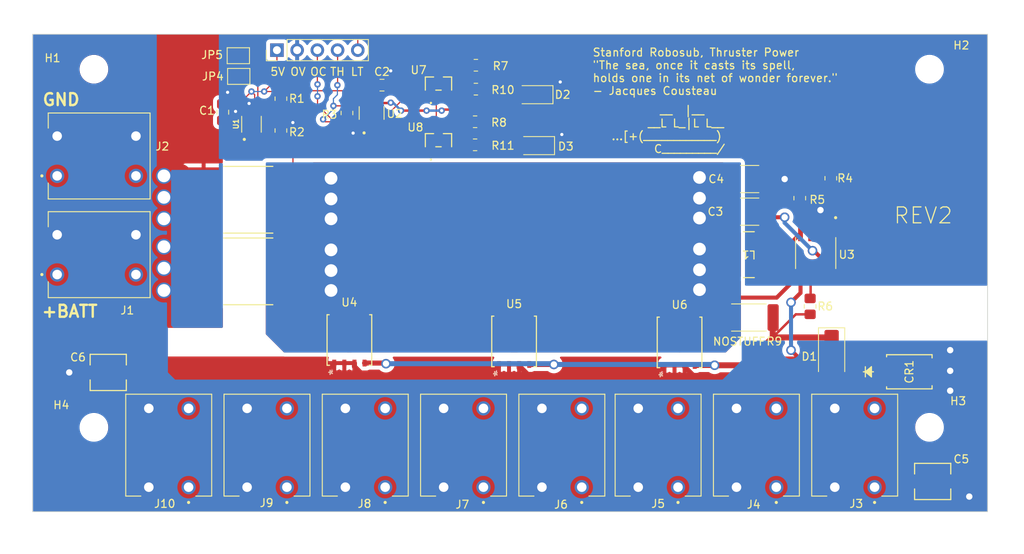
<source format=kicad_pcb>
(kicad_pcb (version 20221018) (generator pcbnew)
  (layers (0 "F.Cu" signal) (31 "B.Cu" signal) (34 "B.Paste" user) (35 "F.Paste" user) (36 "B.SilkS" user "B.Silkscreen") (37 "F.SilkS" user "F.Silkscreen") (38 "B.Mask" user) (39 "F.Mask" user) (44 "Edge.Cuts" user))
  (net 0 "")
  (net 1 "+BATT")
  (net 2 "Net-(U3-OUT)")
  (net 3 "V_BAT_THRUSTERS")
  (net 4 "THRUSTERS_GATE")
  (net 5 "Net-(U7-SOURCE)")
  (net 6 "Net-(D2-A)")
  (net 7 "Net-(U8-SOURCE)")
  (net 8 "Net-(D3-A)")
  (net 9 "THRUST_EN")
  (net 10 "Net-(U3-SW)")
  (net 11 "OCP_N")
  (net 12 "Net-(U1-LIMIT)")
  (net 13 "GATE_EN")
  (net 14 "Net-(U3-IN)")
  (net 15 "Net-(U3-RS)")
  (net 16 "Net-(U3-GATE)")
  (net 17 "GND")
  (net 18 "+5V")
  (net 19 "Sense(+)")
  (net 20 "LATCH")
  (net 21 "Net-(JP4-A)")
  (footprint "1135333_1:PHOENIX_1135333" (layer "F.Cu") (at 274.7 178.8375 180)
    (fp_text reference "J6")
    (fp_text value "1135333" hide)
  )
  (footprint "LED_SMD:LED_1206_3216Metric" (layer "F.Cu") (at 266.1 147.6 180)
    (fp_text reference "D3")
    (fp_text value "IR26-21C_L110_TR8" hide)
  )
  (footprint "1135333_1:PHOENIX_1135333" (layer "F.Cu") (at 217.5625 154.3 90)
    (fp_text reference "J2")
    (fp_text value "1135333" hide)
  )
  (footprint "Jumper:SolderJumper-2_P1.3mm_Open_Pad1.0x1.5mm" (layer "F.Cu") (at 228.65 136.3)
    (fp_text reference "JP5")
    (fp_text value "SolderJumper_2_Open" hide)
  )
  (footprint "1135333_1:PHOENIX_1135333" (layer "F.Cu") (at 250 178.8375 180)
    (fp_text reference "J8")
    (fp_text value "1135333" hide)
  )
  (footprint "Robosub Lib:SON40P200X200X80-11N" (layer "F.Cu") (at 230.3 144.915 90)
    (fp_text reference "U1")
    (fp_text value "INA300AIDSQT" hide)
  )
  (footprint "LED_SMD:LED_1206_3216Metric" (layer "F.Cu") (at 265.9 141.2 180)
    (fp_text reference "D2")
    (fp_text value "IR26-21C_L110_TR8" hide)
  )
  (footprint "1135333_1:PHOENIX_1135333" (layer "F.Cu") (at 237.65 178.8375 180)
    (fp_text reference "J9")
    (fp_text value "1135333" hide)
  )
  (footprint "Robosub Lib:BSC0702LSATMA1" (layer "F.Cu") (at 242.605 172.024501 90)
    (fp_text reference "U4")
    (fp_text value "BSC0702LSATMA1" hide)
  )
  (footprint "Resistor_SMD:R_0805_2012Metric_Pad1.20x1.40mm_HandSolder" (layer "F.Cu") (at 300.5 167.8 -90)
    (fp_text reference "R6")
    (fp_text value "100" hide)
  )
  (footprint "Robosub Lib:IND_5848-WE-PD2_WRE" (layer "F.Cu") (at 292.8 161.3 180)
    (fp_text reference "L1")
    (fp_text value "74477420")
  )
  (footprint "1135333_1:PHOENIX_1135333" (layer "F.Cu") (at 286.8 178.8375 180)
    (fp_text reference "J5")
    (fp_text value "1135333" hide)
  )
  (footprint "Robosub Lib:SOT-23-3_1P4X3P040_ONS" (layer "F.Cu") (at 253.8 139.8)
    (fp_text reference "U7")
    (fp_text value "NVTR01P02LT1G" hide)
  )
  (footprint "Resistor_SMD:R_0805_2012Metric_Pad1.20x1.40mm_HandSolder" (layer "F.Cu") (at 258.4 147.5 180)
    (fp_text reference "R11")
    (fp_text value "110" hide)
  )
  (footprint "Capacitor_SMD:C_1812_4532Metric_Pad1.57x3.40mm_HandSolder" (layer "F.Cu") (at 292.9 155.9)
    (fp_text reference "C3")
    (fp_text value "1uF" hide)
  )
  (footprint "Robosub Lib:SOIC127P600X175-8N_AUIR3241STR" (layer "F.Cu") (at 301.2 161.1 -90)
    (fp_text reference "U3")
    (fp_text value "AUIR3241STR" hide)
  )
  (footprint "Resistor_SMD:R_0805_2012Metric_Pad1.20x1.40mm_HandSolder" (layer "F.Cu") (at 258.5 137.5 180)
    (fp_text reference "R7")
    (fp_text value "110" hide)
  )
  (footprint "Diode_SMD:D_SMA" (layer "F.Cu") (at 303.2 174 -90)
    (fp_text reference "D1")
    (fp_text value "1SMA5931BT3" hide)
  )
  (footprint "Robosub Lib:SOT95P280X145-6N" (layer "F.Cu") (at 245.4 143.5 90)
    (fp_text reference "U2")
    (fp_text value "SN74LVC1G97DBVR" hide)
  )
  (footprint "MountingHole:MountingHole_3.2mm_M3" (layer "F.Cu") (at 315.5 183)
    (fp_text reference "H3")
    (fp_text value "MountingHole" hide)
  )
  (footprint "1135333_1:PHOENIX_1135333" (layer "F.Cu") (at 217.5625 166.7 90)
    (fp_text reference "J1")
    (fp_text value "1135333" hide)
  )
  (footprint "MountingHole:MountingHole_3.2mm_M3" (layer "F.Cu") (at 315.5 138)
    (fp_text reference "H2")
    (fp_text value "MountingHole" hide)
  )
  (footprint "Resistor_SMD:R_0805_2012Metric_Pad1.20x1.40mm_HandSolder" (layer "F.Cu") (at 234 145.7 90)
    (fp_text reference "R2")
    (fp_text value "3k" hide)
  )
  (footprint "Robosub Lib:BSC0702LSATMA1" (layer "F.Cu") (at 284.095 172.324501 90)
    (fp_text reference "U6")
    (fp_text value "BSC0702LSATMA1" hide)
  )
  (footprint "Resistor_SMD:R_2512_6332Metric_Pad1.40x3.35mm_HandSolder" (layer "F.Cu") (at 292.8 169.2)
    (fp_text reference "R9")
    (fp_text value "0 (100A)" hide)
  )
  (footprint "Robosub Lib:UCB1V0R1MCL1GS" (layer "F.Cu") (at 315.9 189.8)
    (fp_text reference "C5")
    (fp_text value "1u (electrolytic)" hide)
  )
  (footprint "Jumper:SolderJumper-2_P1.3mm_Open_Pad1.0x1.5mm" (layer "F.Cu") (at 228.7 138.9 180)
    (fp_text reference "JP4")
    (fp_text value "SolderJumper_2_Open" hide)
  )
  (footprint "Capacitor_SMD:C_0805_2012Metric_Pad1.18x1.45mm_HandSolder" (layer "F.Cu") (at 246.7 140)
    (fp_text reference "C2")
    (fp_text value "0.1u" hide)
  )
  (footprint "WSLP59312L000FEA:RES_WSLP5931_.002OHM_VIS" (layer "F.Cu") (at 229.9 154.4 180)
    (fp_text reference "WSLP59312L000FEA_2" hide)
    (fp_text value "2mOhm" hide)
  )
  (footprint "MountingHole:MountingHole_3.2mm_M3" (layer "F.Cu") (at 210.5 183)
    (fp_text reference "H4")
    (fp_text value "MountingHole" hide)
  )
  (footprint "Robosub Lib:BSC0702LSATMA1" (layer "F.Cu") (at 263.3 172.2 90)
    (fp_text reference "U5")
    (fp_text value "BSC0702LSATMA1" hide)
  )
  (footprint "1135333_1:PHOENIX_1135333" (layer "F.Cu") (at 262.35 178.8375 180)
    (fp_text reference "J7")
    (fp_text value "1135333" hide)
  )
  (footprint "Resistor_SMD:R_0805_2012Metric_Pad1.20x1.40mm_HandSolder" (layer "F.Cu") (at 258.5 140.5 180)
    (fp_text reference "R10")
    (fp_text value "110" hide)
  )
  (footprint "Resistor_SMD:R_0805_2012Metric_Pad1.20x1.40mm_HandSolder" (layer "F.Cu") (at 258.4 144.6 180)
    (fp_text reference "R8")
    (fp_text value "110" hide)
  )
  (footprint "Connector_PinHeader_2.54mm:PinHeader_1x05_P2.54mm_Vertical" (layer "F.Cu") (at 233.5 135.6 90)
    (fp_text reference "J11" hide)
    (fp_text value "Conn_01x05_Pin" hide)
  )
  (footprint "SBRT15U50SP5_13:POWERDI5_DIO" (layer "F.Cu") (at 312.9663 176.020001 90)
    (fp_text reference "CR1")
    (fp_text value "SBRT15U50SP5-13" hide)
  )
  (footprint "Resistor_SMD:R_0805_2012Metric_Pad1.20x1.40mm_HandSolder" (layer "F.Cu") (at 242.3 143.5 -90)
    (fp_text reference "R3")
    (fp_text value "10k" hide)
  )
  (footprint "1135333_1:PHOENIX_1135333" (layer "F.Cu") (at 311.5 178.8375 180)
    (fp_text reference "J3")
    (fp_text value "1135333" hide)
  )
  (footprint "Robosub Lib:SOT-23-3_1P4X3P040_ONS" (layer "F.Cu") (at 253.8 146.916)
    (fp_text reference "U8")
    (fp_text value "NVTR01P02LT1G" hide)
  )
  (footprint "1135333_1:PHOENIX_1135333" (layer "F.Cu") (at 225.3 178.8375 180)
    (fp_text reference "J10")
    (fp_text value "1135333" hide)
  )
  (footprint "Capacitor_SMD:C_1812_4532Metric_Pad1.57x3.40mm_HandSolder" (layer "F.Cu") (at 292.9 151.8)
    (fp_text reference "C4")
    (fp_text value "1uF" hide)
  )
  (footprint "Robosub Lib:UCB1V0R1MCL1GS" (layer "F.Cu") (at 212.3 176.1 180)
    (fp_text reference "C6")
    (fp_text value "1u (electrolytic)" hide)
  )
  (footprint "Capacitor_SMD:C_0805_2012Metric_Pad1.18x1.45mm_HandSolder" (layer "F.Cu") (at 226.7 143.4 -90)
    (fp_text reference "C1")
    (fp_text value "0.1u" hide)
  )
  (footprint "WSLP59312L000FEA:RES_WSLP5931_.002OHM_VIS" (layer "F.Cu") (at 229.9 163.4 180)
    (fp_text reference "WSLP59312L000FEA_1" hide)
    (fp_text value "2mOhm" hide)
  )
  (footprint "Resistor_SMD:R_0805_2012Metric_Pad1.20x1.40mm_HandSolder" (layer "F.Cu") (at 234 141.7 -90)
    (fp_text reference "R1")
    (fp_text value "10k" hide)
  )
  (footprint "MountingHole:MountingHole_3.2mm_M3" (layer "F.Cu") (at 210.5 138)
    (fp_text reference "H1")
    (fp_text value "MountingHole" hide)
  )
  (footprint "Resistor_SMD:R_0805_2012Metric_Pad1.20x1.40mm_HandSolder" (layer "F.Cu") (at 299.2 154.2 90)
    (fp_text reference "R5")
    (fp_text value "10" hide)
  )
  (footprint "1135333_1:PHOENIX_1135333" (layer "F.Cu") (at 299.15 178.8375 180)
    (fp_text reference "J4")
    (fp_text value "1135333" hide)
  )
  (footprint "Resistor_SMD:R_0805_2012Metric_Pad1.20x1.40mm_HandSolder" (layer "F.Cu") (at 303.1 151.7 -90)
    (fp_text reference "R4")
    (fp_text value "10k" hide)
  )
  (gr_rect (start 202.8 133.6) (end 322.8 193.6) (stroke (width 0.1)) (fill none) (layer "Edge.Cuts"))
  (gr_text "REV2" (at 310.9 157.55) (layer "F.SilkS") (effects (font (size 2 2)) (justify left bottom)))
  (gr_text "LT" (at 242.7 138.9) (layer "F.SilkS") (effects (font (size 1 1)) (justify left bottom)))
  (gr_text "Stanford Robosub, Thruster Power\n{dblquote}The sea, once it casts its spell, \nholds one in its net of wonder forever.{dblquote} \n- Jacques Cousteau\n" (at 273.1 141.3) (layer "F.SilkS") (effects (font (size 1 1)) (justify left bottom)))
  (gr_text "5V" (at 232.6 138.9) (layer "F.SilkS") (effects (font (size 1 1)) (justify left bottom)))
  (gr_text "GND" (at 203.9 142.7) (layer "F.SilkS") (effects (font (size 1.5 1.5) (thickness 0.3) bold) (justify left bottom)))
  (gr_text "NOSTUFF" (at 288.2 172.8) (layer "F.SilkS") (effects (font (size 1 1)) (justify left bottom)))
  (gr_text "         __  |__\n       __L L_|L L__\n ...[+(____________)\n        C_________/" (at 274.7 148.6) (layer "F.SilkS") (effects (font (size 1 1)) (justify left bottom)))
  (gr_text "TH" (at 240.1 138.9) (layer "F.SilkS") (effects (font (size 1 1)) (justify left bottom)))
  (gr_text "OV" (at 235.1 138.9) (layer "F.SilkS") (effects (font (size 1 1)) (justify left bottom)))
  (gr_text "+BATT" (at 203.8 169.3) (layer "F.SilkS") (effects (font (size 1.5 1.5) (thickness 0.3) bold) (justify left bottom)))
  (gr_text "OC" (at 237.6 138.9) (layer "F.SilkS") (effects (font (size 1 1)) (justify left bottom)))
  (segment (start 221.2866 151.4) (end 224.2866 154.4) (width 3) (layer "F.Cu") (net 1))
  (segment (start 229.5 145.9) (end 229.5 147) (width 0.15) (layer "F.Cu") (net 1))
  (segment (start 219.3 165.8) (end 221.8866 165.8) (width 3) (layer "F.Cu") (net 1))
  (segment (start 224.2866 163.4) (end 224.2866 154.4) (width 3) (layer "F.Cu") (net 1))
  (segment (start 229.5 147) (end 228.7 147.8) (width 0.15) (layer "F.Cu") (net 1))
  (segment (start 228.7 147.8) (end 225.3 147.8) (width 0.15) (layer "F.Cu") (net 1))
  (segment (start 219.3 151.4) (end 221.2866 151.4) (width 3) (layer "F.Cu") (net 1))
  (segment (start 221.1866 160.3) (end 224.2866 163.4) (width 3) (layer "F.Cu") (net 1))
  (segment (start 224.2866 148.8134) (end 224.2866 154.4) (width 0.15) (layer "F.Cu") (net 1))
  (segment (start 218.5 163.8) (end 219.3 163) (width 3) (layer "F.Cu") (net 1))
  (segment (start 225.3 147.8) (end 224.2866 148.8134) (width 0.15) (layer "F.Cu") (net 1))
  (segment (start 219.3 156.8) (end 221.8866 156.8) (width 3) (layer "F.Cu") (net 1))
  (segment (start 219.3 163) (end 223.8866 163) (width 3) (layer "F.Cu") (net 1))
  (segment (start 221.8866 156.8) (end 224.2866 154.4) (width 3) (layer "F.Cu") (net 1))
  (segment (start 221.8866 165.8) (end 224.2866 163.4) (width 3) (layer "F.Cu") (net 1))
  (segment (start 219.3 160.3) (end 221.1866 160.3) (width 3) (layer "F.Cu") (net 1))
  (segment (start 205.8825 151.4) (end 215.7825 151.4) (width 3) (layer "F.Cu") (net 1))
  (segment (start 215.7825 151.4) (end 219.3 151.4) (width 3) (layer "F.Cu") (net 1))
  (segment (start 215.7825 163.8) (end 218.5 163.8) (width 3) (layer "F.Cu") (net 1))
  (segment (start 219.3 154.1) (end 223.9866 154.1) (width 3) (layer "F.Cu") (net 1))
  (segment (start 205.8825 163.8) (end 215.7825 163.8) (width 3) (layer "F.Cu") (net 1))
  (via (at 219.3 163) (size 2) (drill 1.6) (layers "F.Cu" "B.Cu") (net 1))
  (via (at 219.3 154.1) (size 2) (drill 1.6) (layers "F.Cu" "B.Cu") (net 1))
  (via (at 219.3 160.3) (size 2) (drill 1.6) (layers "F.Cu" "B.Cu") (net 1))
  (via (at 219.3 165.8) (size 2) (drill 1.6) (layers "F.Cu" "B.Cu") (net 1))
  (via (at 219.3 156.8) (size 2) (drill 1.6) (layers "F.Cu" "B.Cu") (net 1))
  (via (at 219.3 151.4) (size 2) (drill 1.6) (layers "F.Cu" "B.Cu") (net 1))
  (segment (start 300.96245 160.8) (end 300.8 160.8) (width 0.508) (layer "F.Cu") (net 2))
  (segment (start 295.7375 156.6) (end 295.0375 155.9) (width 0.508) (layer "F.Cu") (net 2))
  (segment (start 297.3 156.6) (end 295.7375 156.6) (width 0.508) (layer "F.Cu") (net 2))
  (segment (start 303.105 162.94255) (end 300.96245 160.8) (width 0.508) (layer "F.Cu") (net 2))
  (via (at 297.3 156.6) (size 1.2) (drill 0.8) (layers "F.Cu" "B.Cu") (net 2))
  (via (at 300.8 160.8) (size 1.2) (drill 0.8) (layers "F.Cu" "B.Cu") (net 2))
  (segment (start 300.8 160.8) (end 297.3 157.3) (width 0.508) (layer "B.Cu") (net 2))
  (segment (start 297.3 157.3) (end 297.3 156.6) (width 0.508) (layer "B.Cu") (net 2))
  (segment (start 214.4082 176.1) (end 217.8825 176.1) (width 0.75) (layer "F.Cu") (net 3))
  (segment (start 247.1 180.6175) (end 247.1 190.5175) (width 3) (layer "F.Cu") (net 3))
  (segment (start 263.935 175.099501) (end 263.935 175.274507) (width 0.635) (layer "F.Cu") (net 3))
  (segment (start 284.73 175.224002) (end 284.73 175.399008) (width 0.635) (layer "F.Cu") (net 3))
  (segment (start 283.9 180.6175) (end 283.9 190.5175) (width 3) (layer "F.Cu") (net 3))
  (segment (start 243.24 174.924002) (end 243.24 175.364006) (width 0.635) (layer "F.Cu") (net 3))
  (segment (start 298.5825 180.6175) (end 296.25 180.6175) (width 0.75) (layer "F.Cu") (net 3))
  (segment (start 299.295 163.575) (end 299.295 166.105) (width 0.508) (layer "F.Cu") (net 3))
  (segment (start 303.2 176) (end 298.5825 180.6175) (width 0.75) (layer "F.Cu") (net 3))
  (segment (start 234.75 180.6175) (end 234.75 190.5175) (width 3) (layer "F.Cu") (net 3))
  (segment (start 284.73 175.399008) (end 286.1 176.769008) (width 0.635) (layer "F.Cu") (net 3))
  (segment (start 286.1 176.769008) (end 286.1 176.8) (width 0.635) (layer "F.Cu") (net 3))
  (segment (start 271.8 180.6175) (end 271.8 190.5175) (width 3) (layer "F.Cu") (net 3))
  (segment (start 259.45 180.6175) (end 259.45 190.5175) (width 3) (layer "F.Cu") (net 3))
  (segment (start 217.8825 176.1) (end 222.4 180.6175) (width 0.75) (layer "F.Cu") (net 3))
  (segment (start 311.9122 177.3053) (end 308.6 180.6175) (width 3) (layer "F.Cu") (net 3))
  (segment (start 282.19 175.224002) (end 282.175998 175.224002) (width 0.635) (layer "F.Cu") (net 3))
  (segment (start 300.8 176) (end 303.2 176) (width 0.508) (layer "F.Cu") (net 3))
  (segment (start 303.2 176) (end 308.6 181.4) (width 0.75) (layer "F.Cu") (net 3))
  (segment (start 244.575994 176.7) (end 244.7 176.7) (width 0.635) (layer "F.Cu") (net 3))
  (segment (start 261.395 175.105) (end 259.7 176.8) (width 0.635) (layer "F.Cu") (net 3))
  (segment (start 308.6 190.5175) (end 313.0743 190.5175) (width 0.75) (layer "F.Cu") (net 3))
  (segment (start 311.9122 176.020001) (end 311.9122 177.3053) (width 3) (layer "F.Cu") (net 3))
  (segment (start 240.7 175) (end 239.2 176.5) (width 0.635) (layer "F.Cu") (net 3))
  (segment (start 313.0743 190.5175) (end 313.7918 189.8) (width 0.75) (layer "F.Cu") (net 3))
  (segment (start 240.7 174.924002) (end 240.7 175) (width 0.635) (layer "F.Cu") (net 3))
  (segment (start 308.6 181.9) (end 308.6 190.5175) (width 3) (layer "F.Cu") (net 3))
  (segment (start 265.4 176.739507) (end 265.4 176.8) (width 0.635) (layer "F.Cu") (net 3))
  (segment (start 261.395 175.099501) (end 261.395 175.105) (width 0.635) (layer "F.Cu") (net 3))
  (segment (start 282.175998 175.224002) (end 280.9 176.5) (width 0.635) (layer "F.Cu") (net 3))
  (segment (start 263.935 175.274507) (end 265.4 176.739507) (width 0.635) (layer "F.Cu") (net 3))
  (segment (start 308.6 181.4) (end 308.6 181.9) (width 0.75) (layer "F.Cu") (net 3))
  (segment (start 296.25 180.6175) (end 296.25 190.5175) (width 3) (layer "F.Cu") (net 3))
  (segment (start 308.6 180.6175) (end 308.6 181.9) (width 3) (layer "F.Cu") (net 3))
  (segment (start 263.935 175.099501) (end 263.935 175.539505) (width 0.635) (layer "F.Cu") (net 3))
  (segment (start 222.4 180.6175) (end 222.4 190.5175) (width 3) (layer "F.Cu") (net 3))
  (segment (start 299.295 166.105) (end 298.1 167.3) (width 0.508) (layer "F.Cu") (net 3))
  (segment (start 298.1 173.3) (end 300.8 176) (width 0.508) (layer "F.Cu") (net 3))
  (segment (start 243.24 175.364006) (end 244.575994 176.7) (width 0.635) (layer "F.Cu") (net 3))
  (via (at 298.1 167.3) (size 1.2) (drill 0.8) (layers "F.Cu" "B.Cu") (net 3))
  (via (at 298.1 173.3) (size 1.2) (drill 0.8) (layers "F.Cu" "B.Cu") (net 3))
  (segment (start 298.1 167.3) (end 298.1 173.3) (width 0.508) (layer "B.Cu") (net 3))
  (segment (start 286 175.224002) (end 288.475998 175.224002) (width 0.635) (layer "F.Cu") (net 4))
  (segment (start 244.51 174.924002) (end 247.124002 174.924002) (width 0.635) (layer "F.Cu") (net 4))
  (segment (start 265.205 175.099501) (end 268.299501 175.099501) (width 0.635) (layer "F.Cu") (net 4))
  (segment (start 295.8 171.7) (end 302.9 171.7) (width 0.75) (layer "F.Cu") (net 4))
  (segment (start 247.124002 174.924002) (end 247.2 175) (width 0.635) (layer "F.Cu") (net 4))
  (segment (start 268.299501 175.099501) (end 268.3 175.1) (width 0.635) (layer "F.Cu") (net 4))
  (segment (start 300.5 168.8) (end 298.7 168.8) (width 0.3048) (layer "F.Cu") (net 4))
  (segment (start 288.5 175.2) (end 292.3 175.2) (width 0.75) (layer "F.Cu") (net 4))
  (segment (start 298.7 168.8) (end 295.8 171.7) (width 0.3048) (layer "F.Cu") (net 4))
  (segment (start 295.8 171.7) (end 295.8 169.25) (width 0.75) (layer "F.Cu") (net 4))
  (segment (start 288.475998 175.224002) (end 288.5 175.2) (width 0.635) (layer "F.Cu") (net 4))
  (segment (start 292.3 175.2) (end 295.8 171.7) (width 0.75) (layer "F.Cu") (net 4))
  (via (at 247.2 175) (size 1.2) (drill 0.8) (layers "F.Cu" "B.Cu") (net 4))
  (via (at 288.5 175.2) (size 1.2) (drill 0.8) (layers "F.Cu" "B.Cu") (net 4))
  (via (at 268.3 175.1) (size 1.2) (drill 0.8) (layers "F.Cu" "B.Cu") (net 4))
  (segment (start 247.2 175) (end 268.2 175) (width 0.635) (layer "B.Cu") (net 4))
  (segment (start 268.2 175) (end 268.3 175.1) (width 0.635) (layer "B.Cu") (net 4))
  (segment (start 288.4 175.1) (end 288.5 175.2) (width 0.635) (layer "B.Cu") (net 4))
  (segment (start 268.3 175.1) (end 288.4 175.1) (width 0.635) (layer "B.Cu") (net 4))
  (segment (start 257.5 140.5) (end 257.5 137.5) (width 0.15) (layer "F.Cu") (net 5))
  (segment (start 254.7525 140.816) (end 257.184 140.816) (width 0.15) (layer "F.Cu") (net 5))
  (segment (start 259.5 137.5) (end 259.5 140.5) (width 0.15) (layer "F.Cu") (net 6))
  (segment (start 263.8 140.5) (end 264.5 141.2) (width 0.15) (layer "F.Cu") (net 6))
  (segment (start 259.5 140.5) (end 263.8 140.5) (width 0.15) (layer "F.Cu") (net 6))
  (segment (start 254.7525 147.932) (end 256.968 147.932) (width 0.15) (layer "F.Cu") (net 7))
  (segment (start 257.4 144.6) (end 257.4 147.5) (width 0.15) (layer "F.Cu") (net 7))
  (segment (start 259.4 147.5) (end 264.6 147.5) (width 0.15) (layer "F.Cu") (net 8))
  (segment (start 259.4 144.6) (end 259.4 147.5) (width 0.15) (layer "F.Cu") (net 8))
  (segment (start 241.12 135.6) (end 241.12 139.98) (width 0.15) (layer "F.Cu") (net 9))
  (segment (start 244.195 142.5) (end 244.45 142.245) (width 0.15) (layer "F.Cu") (net 9))
  (segment (start 252.8475 147.932) (end 243.532 147.932) (width 0.15) (layer "F.Cu") (net 9))
  (segment (start 243.532 147.932) (end 240.2 144.6) (width 0.15) (layer "F.Cu") (net 9))
  (segment (start 242.3 142.5) (end 244.195 142.5) (width 0.15) (layer "F.Cu") (net 9))
  (segment (start 240.2 144.6) (end 239.6 144.6) (width 0.15) (layer "F.Cu") (net 9))
  (segment (start 241.12 139.98) (end 241.1 140) (width 0.15) (layer "F.Cu") (net 9))
  (segment (start 239.6 144.6) (end 239.3 144.3) (width 0.15) (layer "F.Cu") (net 9))
  (segment (start 240.6 142.6) (end 242.2 142.6) (width 0.15) (layer "F.Cu") (net 9))
  (via (at 241.1 140) (size 0.8) (drill 0.4) (layers "F.Cu" "B.Cu") (net 9))
  (via (at 239.3 144.3) (size 0.8) (drill 0.4) (layers "F.Cu" "B.Cu") (net 9))
  (via (at 240.6 142.6) (size 0.8) (drill 0.4) (layers "F.Cu" "B.Cu") (net 9))
  (segment (start 240.6 143) (end 239.3 144.3) (width 0.15) (layer "B.Cu") (net 9))
  (segment (start 241.1 140) (end 241.1 141.2) (width 0.15) (layer "B.Cu") (net 9))
  (segment (start 240.6 142.6) (end 240.6 143) (width 0.15) (layer "B.Cu") (net 9))
  (segment (start 241.1 141.2) (end 240.6 141.7) (width 0.15) (layer "B.Cu") (net 9))
  (segment (start 240.6 141.7) (end 240.6 142.6) (width 0.15) (layer "B.Cu") (net 9))
  (segment (start 294.8193 161.3) (end 296.62 161.3) (width 0.508) (layer "F.Cu") (net 10))
  (segment (start 296.62 161.3) (end 299.295 158.625) (width 0.508) (layer "F.Cu") (net 10))
  (segment (start 243.39427 147.3) (end 244.115126 147.3) (width 0.15) (layer "F.Cu") (net 11))
  (segment (start 241 144.90573) (end 243.39427 147.3) (width 0.15) (layer "F.Cu") (net 11))
  (segment (start 231.1 145.9) (end 232 145.9) (width 0.15) (layer "F.Cu") (net 11))
  (segment (start 232.6 142.7) (end 234 142.7) (width 0.15) (layer "F.Cu") (net 11))
  (segment (start 238.6 141.4) (end 238.6 142.46) (width 0.15) (layer "F.Cu") (net 11))
  (segment (start 244.115126 147.3) (end 246.35 145.065126) (width 0.15) (layer "F.Cu") (net 11))
  (segment (start 250.289 140.816) (end 246.35 144.755) (width 0.15) (layer "F.Cu") (net 11))
  (segment (start 238.6 142.46) (end 238.58 142.48) (width 0.15) (layer "F.Cu") (net 11))
  (segment (start 234.22 142.48) (end 238.58 142.48) (width 0.15) (layer "F.Cu") (net 11))
  (segment (start 238.58 135.6) (end 238.58 139.88) (width 0.15) (layer "F.Cu") (net 11))
  (segment (start 232.3 145.6) (end 232.3 143) (width 0.15) (layer "F.Cu") (net 11))
  (segment (start 252.8475 140.816) (end 250.289 140.816) (width 0.15) (layer "F.Cu") (net 11))
  (segment (start 232 145.9) (end 232.3 145.6) (width 0.15) (layer "F.Cu") (net 11))
  (segment (start 232.3 143) (end 232.6 142.7) (width 0.15) (layer "F.Cu") (net 11))
  (segment (start 238.58 139.88) (end 238.6 139.9) (width 0.15) (layer "F.Cu") (net 11))
  (segment (start 241 144.9) (end 241 144.90573) (width 0.15) (layer "F.Cu") (net 11))
  (segment (start 238.58 142.48) (end 241 144.9) (width 0.15) (layer "F.Cu") (net 11))
  (via (at 238.6 139.9) (size 0.8) (drill 0.4) (layers "F.Cu" "B.Cu") (net 11))
  (via (at 238.6 141.4) (size 0.8) (drill 0.4) (layers "F.Cu" "B.Cu") (net 11))
  (segment (start 238.6 139.9) (end 238.6 141.4) (width 0.15) (layer "B.Cu") (net 11))
  (segment (start 233.137701 147.562299) (end 234 146.7) (width 0.15) (layer "F.Cu") (net 12))
  (segment (start 230.3 145.9) (end 230.3 146.794269) (width 0.15) (layer "F.Cu") (net 12))
  (segment (start 230.3 146.794269) (end 231.06803 147.562299) (width 0.15) (layer "F.Cu") (net 12))
  (segment (start 231.06803 147.562299) (end 233.137701 147.562299) (width 0.15) (layer "F.Cu") (net 12))
  (segment (start 247.755 142.245) (end 247.8 142.2) (width 0.3048) (layer "F.Cu") (net 13))
  (segment (start 295.4726 143.0726) (end 303.1 150.7) (width 0.3048) (layer "F.Cu") (net 13))
  (segment (start 254.2 143.2) (end 254.3274 143.0726) (width 0.3048) (layer "F.Cu") (net 13))
  (segment (start 254.3274 143.0726) (end 295.4726 143.0726) (width 0.3048) (layer "F.Cu") (net 13))
  (segment (start 246.35 142.245) (end 247.755 142.245) (width 0.3048) (layer "F.Cu") (net 13))
  (segment (start 249.1 143.2) (end 252.3 143.2) (width 0.3048) (layer "F.Cu") (net 13))
  (via (at 247.8 142.2) (size 0.8) (drill 0.4) (layers "F.Cu" "B.Cu") (net 13))
  (via (at 249.1 143.2) (size 0.8) (drill 0.4) (layers "F.Cu" "B.Cu") (net 13))
  (via (at 252.3 143.2) (size 0.8) (drill 0.4) (layers "F.Cu" "B.Cu") (net 13))
  (via (at 254.2 143.2) (size 0.8) (drill 0.4) (layers "F.Cu" "B.Cu") (net 13))
  (segment (start 252.3 143.2) (end 254.2 143.2) (width 0.3048) (layer "B.Cu") (net 13))
  (segment (start 248.1 142.2) (end 249.1 143.2) (width 0.3048) (layer "B.Cu") (net 13))
  (segment (start 247.8 142.2) (end 248.1 142.2) (width 0.3048) (layer "B.Cu") (net 13))
  (segment (start 303.1 152.7) (end 303.1 158.62) (width 0.3048) (layer "F.Cu") (net 14))
  (segment (start 300.565 156.565) (end 300.565 158.625) (width 0.15) (layer "F.Cu") (net 15))
  (segment (start 299.2 155.2) (end 300.565 156.565) (width 0.15) (layer "F.Cu") (net 15))
  (segment (start 300.565 163.575) (end 300.565 166.735) (width 0.3048) (layer "F.Cu") (net 16))
  (segment (start 227.8375 143.3) (end 228.3 143.3) (width 0.15) (layer "F.Cu") (net 17))
  (segment (start 247.7375 138.2625) (end 247.8 138.2) (width 0.15) (layer "F.Cu") (net 17))
  (segment (start 301.8 155.7) (end 301.8 158.59) (width 0.508) (layer "F.Cu") (net 17))
  (segment (start 318.0082 189.8) (end 318.6 189.8) (width 0.75) (layer "F.Cu") (net 17))
  (segment (start 315.9 175.1) (end 316.3 175.1) (width 0.75) (layer "F.Cu") (net 17))
  (segment (start 315.9 176.940002) (end 317.059998 176.940002) (width 0.75) (layer "F.Cu") (net 17))
  (segment (start 230.3 142.6) (end 230 142.3) (width 0.15) (layer "F.Cu") (net 17))
  (segment (start 243.179079 146.025921) (end 243.074079 146.025921) (width 0.15) (layer "F.Cu") (net 17))
  (segment (start 245.4 144.755) (end 244.129079 146.025921) (width 0.15) (layer "F.Cu") (net 17))
  (segment (start 228.05 138.9) (end 228.05 140.15) (width 0.15) (layer "F.Cu") (net 17))
  (segment (start 317.059998 176.940002) (end 318.1 175.9) (width 0.75) (layer "F.Cu") (net 17))
  (segment (start 244.129079 146.025921) (end 243.074079 146.025921) (width 0.15) (layer "F.Cu") (net 17))
  (segment (start 230.3 144.915) (end 229.2452 144.915) (width 0.3048) (layer "F.Cu") (net 17))
  (segment (start 315.9 176.940002) (end 316.640002 176.940002) (width 0.75) (layer "F.Cu") (net 17))
  (segment (start 247.7375 140) (end 247.7375 138.2625) (width 0.15) (layer "F.Cu") (net 17))
  (segment (start 243.074079 145.274079) (end 243.074079 146.025921) (width 0.15) (layer "F.Cu") (net 17))
  (segment (start 244.45 144.755) (end 243.179079 146.025921) (width 0.15) (layer "F.Cu") (net 17))
  (segment (start 297.8 151.8) (end 299.2 153.2) (width 0.15) (layer "F.Cu") (net 17))
  (segment (start 230.3 143.93) (end 230.3 142.6) (width 0.15) (layer "F.Cu") (net 17))
  (segment (start 228.3 143.9698) (end 228.3 143.3) (width 0.3048) (layer "F.Cu") (net 17))
  (segment (start 229.2452 144.915) (end 228.3 143.9698) (width 0.3048) (layer "F.Cu") (net 17))
  (segment (start 268.9 139.6) (end 269.1 139.6) (width 0.15) (layer "F.Cu") (net 17))
  (segment (start 316.3 175.1) (end 318.1 173.3) (width 0.75) (layer "F.Cu") (net 17))
  (segment (start 315.9 175.1) (end 317.3 175.1) (width 0.75) (layer "F.Cu") (net 17))
  (segment (start 317.3 175.1) (end 318.1 175.9) (width 0.75) (layer "F.Cu") (net 17))
  (segment (start 242.3 144.5) (end 243.074079 145.274079) (width 0.15) (layer "F.Cu") (net 17))
  (segment (start 318.6 189.8) (end 320.5 191.7) (width 0.75) (layer "F.Cu") (net 17))
  (segment (start 267.9 147.6) (end 269.3 146.2) (width 0.15) (layer "F.Cu") (net 17))
  (segment (start 226.7 144.4375) (end 227.8375 143.3) (width 0.15) (layer "F.Cu") (net 17))
  (segment (start 229.5 143.93) (end 228.93 143.93) (width 0.15) (layer "F.Cu") (net 17))
  (segment (start 228.93 143.93) (end 228.3 143.3) (width 0.15) (layer "F.Cu") (net 17))
  (segment (start 297.3 151.8) (end 297.8 151.8) (width 0.15) (layer "F.Cu") (net 17))
  (segment (start 234 144.7) (end 235.5 144.7) (width 0.15) (layer "F.Cu") (net 17))
  (segment (start 316.640002 176.940002) (end 318.1 178.4) (width 0.75) (layer "F.Cu") (net 17))
  (segment (start 228.05 140.15) (end 227.3 140.9) (width 0.15) (layer "F.Cu") (net 17))
  (segment (start 295.0375 151.8) (end 297.3 151.8) (width 0.508) (layer "F.Cu") (net 17))
  (segment (start 267.3 141.2) (end 268.9 139.6) (width 0.15) (layer "F.Cu") (net 17))
  (segment (start 207.4 176.1) (end 210.1918 176.1) (width 0.75) (layer "F.Cu") (net 17))
  (via (at 230 142.3) (size 0.8) (drill 0.4) (layers "F.Cu" "B.Cu") (net 17))
  (via (at 269.1 139.6) (size 0.8) (drill 0.4) (layers "F.Cu" "B.Cu") (net 17))
  (via (at 207.4 176.1) (size 1.2) (drill 0.8) (layers "F.Cu" "B.Cu") (net 17))
  (via (at 228.3 143.3) (size 0.8) (drill 0.4) (layers "F.Cu" "B.Cu") (net 17))
  (via (at 318.1 175.9) (size 1.2) (drill 0.8) (layers "F.Cu" "B.Cu") (net 17))
  (via (at 318.1 178.4) (size 1.2) (drill 0.8) (layers "F.Cu" "B.Cu") (net 17))
  (via (at 297.3 151.8) (size 1.2) (drill 0.8) (layers "F.Cu" "B.Cu") (net 17))
  (via (at 235.5 144.7) (size 0.8) (drill 0.4) (layers "F.Cu" "B.Cu") (net 17))
  (via (at 301.8 155.7) (size 1.2) (drill 0.8) (layers "F.Cu" "B.Cu") (net 17))
  (via (at 320.5 191.7) (size 1.2) (drill 0.8) (layers "F.Cu" "B.Cu") (net 17))
  (via (at 269.3 146.2) (size 0.8) (drill 0.4) (layers "F.Cu" "B.Cu") (net 17))
  (via (at 247.8 138.2) (size 0.8) (drill 0.4) (layers "F.Cu" "B.Cu") (net 17))
  (via (at 318.1 173.3) (size 1.2) (drill 0.8) (layers "F.Cu" "B.Cu") (net 17))
  (via (at 243.074079 146.025921) (size 0.8) (drill 0.4) (layers "F.Cu" "B.Cu") (net 17))
  (via (at 227.3 140.9) (size 0.8) (drill 0.4) (layers "F.Cu" "B.Cu") (net 17))
  (segment (start 291.25 180.6175) (end 291.25 190.5175) (width 3) (layer "B.Cu") (net 17))
  (segment (start 278.9 180.6175) (end 278.9 190.5175) (width 3) (layer "B.Cu") (net 17))
  (segment (start 205.8825 158.8) (end 215.7825 158.8) (width 3) (layer "B.Cu") (net 17))
  (segment (start 266.8 180.6175) (end 266.8 190.5175) (width 3) (layer "B.Cu") (net 17))
  (segment (start 242.1 180.6175) (end 242.1 190.5175) (width 3) (layer "B.Cu") (net 17))
  (segment (start 303.6 180.6175) (end 303.6 190.5175) (width 3) (layer "B.Cu") (net 17))
  (segment (start 205.8825 146.4) (end 215.7825 146.4) (width 3) (layer "B.Cu") (net 17))
  (segment (start 229.75 180.6175) (end 229.75 190.5175) (width 3) (layer "B.Cu") (net 17))
  (segment (start 254.45 190.5175) (end 254.45 180.6175) (width 3) (layer "B.Cu") (net 17))
  (segment (start 217.4 180.6175) (end 217.4 190.5175) (width 3) (layer "B.Cu") (net 17))
  (segment (start 233.5 139.2) (end 231.9 140.8) (width 0.15) (layer "F.Cu") (net 18))
  (segment (start 234 140.7) (end 243.7 140.7) (width 0.15) (layer "F.Cu") (net 18))
  (segment (start 233.5 139.2) (end 234 139.7) (width 0.15) (layer "F.Cu") (net 18))
  (segment (start 244.3 140.1) (end 245.5625 140.1) (width 0.15) (layer "F.Cu") (net 18))
  (segment (start 230.3 140.8) (end 228.9625 142.1375) (width 0.15) (layer "F.Cu") (net 18))
  (segment (start 253.5255 145.6255) (end 253.5255 139.0585) (width 0.15) (layer "F.Cu") (net 18))
  (segment (start 245.4 142.245) (end 245.4 140.2625) (width 0.15) (layer "F.Cu") (net 18))
  (segment (start 228.9625 142.1375) (end 228.9625 142.3625) (width 0.15) (layer "F.Cu") (net 18))
  (segment (start 231.9 140.8) (end 233.9 140.8) (width 0.15) (layer "F.Cu") (net 18))
  (segment (start 229.9 143.93) (end 229.9 143.3) (width 0.15) (layer "F.Cu") (net 18))
  (segment (start 226.7 142.3625) (end 228.9625 142.3625) (width 0.15) (layer "F.Cu") (net 18))
  (segment (start 233.5 135.6) (end 233.5 139.2) (width 0.15) (layer "F.Cu") (net 18))
  (segment (start 234 139.7) (end 234 140.7) (width 0.15) (layer "F.Cu") (net 18))
  (segment (start 253.8 145.9) (end 253.5255 145.6255) (width 0.15) (layer "F.Cu") (net 18))
  (segment (start 230.7 141.2) (end 230.3 140.8) (width 0.15) (layer "F.Cu") (net 18))
  (segment (start 229.9 143.3) (end 229 142.4) (width 0.15) (layer "F.Cu") (net 18))
  (segment (start 253.5255 139.0585) (end 253.8 138.784) (width 0.15) (layer "F.Cu") (net 18))
  (segment (start 230.7 143.93) (end 230.7 141.2) (width 0.15) (layer "F.Cu") (net 18))
  (segment (start 243.7 140.7) (end 244.3 140.1) (width 0.15) (layer "F.Cu") (net 18))
  (segment (start 228.9625 142.3625) (end 229 142.4) (width 0.15) (layer "F.Cu") (net 18))
  (via (at 230.3 140.8) (size 0.8) (drill 0.4) (layers "F.Cu" "B.Cu") (net 18))
  (via (at 231.9 140.8) (size 0.8) (drill 0.4) (layers "F.Cu" "B.Cu") (net 18))
  (segment (start 231.9 140.8) (end 230.3 140.8) (width 0.15) (layer "B.Cu") (net 18))
  (segment (start 286 169.3) (end 287.6 167.7) (width 0.635) (layer "F.Cu") (net 19))
  (segment (start 238.2134 160.7) (end 235.5134 163.4) (width 3) (layer "F.Cu") (net 19))
  (segment (start 297.9 165.1) (end 296.3 166.7) (width 0.508) (layer "F.Cu") (net 19))
  (segment (start 240.7 169) (end 239.6 167.9) (width 0.635) (layer "F.Cu") (net 19))
  (segment (start 286 169.4) (end 286 169.3) (width 0.635) (layer "F.Cu") (net 19))
  (segment (start 298.764 162.136) (end 297.9 163) (width 0.508) (layer "F.Cu") (net 19))
  (segment (start 238.2134 151.7) (end 235.5134 154.4) (width 3) (layer "F.Cu") (net 19))
  (segment (start 240.3 165.8) (end 237.9134 165.8) (width 3) (layer "F.Cu") (net 19))
  (segment (start 301.835 162.94255) (end 301.02845 162.136) (width 0.508) (layer "F.Cu") (net 19))
  (segment (start 240.7 169.1) (end 240.7 169) (width 0.635) (layer "F.Cu") (net 19))
  (segment (start 240.3 160.7) (end 238.2134 160.7) (width 3) (layer "F.Cu") (net 19))
  (segment (start 231.011462 148) (end 234.7 148) (width 0.15) (layer "F.Cu") (net 19))
  (segment (start 234.7 148) (end 235.5134 148.8134) (width 0.15) (layer "F.Cu") (net 19))
  (segment (start 240.3 156.8) (end 237.9134 156.8) (width 3) (layer "F.Cu") (net 19))
  (segment (start 241.97 169.1) (end 241.2134 169.1) (width 0.635) (layer "F.Cu") (net 19))
  (segment (start 237.9134 156.8) (end 235.5134 154.4) (width 3) (layer "F.Cu") (net 19))
  (segment (start 282.19 169.4) (end 282.19 169.29) (width 0.635) (layer "F.Cu") (net 19))
  (segment (start 244.51 169.1) (end 244.6 169.1) (width 0.635) (layer "F.Cu") (net 19))
  (segment (start 289.8 166.7) (end 289.8 169.15) (width 0.508) (layer "F.Cu") (net 19))
  (segment (start 265.205 169.275499) (end 265.224501 169.275499) (width 0.635) (layer "F.Cu") (net 19))
  (segment (start 229.9 145.9) (end 229.9 146.888539) (width 0.15) (layer "F.Cu") (net 19))
  (segment (start 301.02845 162.136) (end 298.764 162.136) (width 0.508) (layer "F.Cu") (net 19))
  (segment (start 265.224501 169.275499) (end 267 167.5) (width 0.635) (layer "F.Cu") (net 19))
  (segment (start 240.3 163.3) (end 235.6134 163.3) (width 3) (layer "F.Cu") (net 19))
  (segment (start 240.3 154.3) (end 235.6134 154.3) (width 3) (layer "F.Cu") (net 19))
  (segment (start 229.9 146.888539) (end 231.011462 148) (width 0.15) (layer "F.Cu") (net 19))
  (segment (start 261.395 169.195) (end 259.9 167.7) (width 0.635) (layer "F.Cu") (net 19))
  (segment (start 240.3 151.7) (end 238.2134 151.7) (width 3) (layer "F.Cu") (net 19))
  (segment (start 282.19 169.29) (end 280.6 167.7) (width 0.635) (layer "F.Cu") (net 19))
  (segment (start 297.9 163) (end 297.9 165.1) (width 0.508) (layer "F.Cu") (net 19))
  (segment (start 235.5134 148.8134) (end 235.5134 154.4) (width 0.15) (layer "F.Cu") (net 19))
  (segment (start 296.3 166.7) (end 289.8 166.7) (width 0.508) (layer "F.Cu") (net 19))
  (segment (start 261.395 169.275499) (end 261.395 169.195) (width 0.635) (layer "F.Cu") (net 19))
  (segment (start 237.9134 165.8) (end 235.5134 163.4) (width 3) (layer "F.Cu") (net 19))
  (segment (start 237.6134 161.3) (end 235.5134 163.4) (width 0.635) (layer "F.Cu") (net 19))
  (segment (start 244.6 169.1) (end 246.4 167.3) (width 0.635) (layer "F.Cu") (net 19))
  (via (at 240.3 160.7) (size 2) (drill 1.6) (layers "F.Cu" "B.Cu") (net 19))
  (via (at 240.3 156.8) (size 2) (drill 1.6) (layers "F.Cu" "B.Cu") (net 19))
  (via (at 240.3 163.3) (size 2) (drill 1.6) (layers "F.Cu" "B.Cu") (net 19))
  (via (at 240.3 165.8) (size 2) (drill 1.6) (layers "F.Cu" "B.Cu") (net 19))
  (via (at 286.6 163.2) (size 2) (drill 1.6) (layers "F.Cu" "B.Cu") (net 19))
  (via (at 240.3 151.7) (size 2) (drill 1.6) (layers "F.Cu" "B.Cu") (net 19))
  (via (at 286.6 160.6) (size 2) (drill 1.6) (layers "F.Cu" "B.Cu") (net 19))
  (via (at 286.6 156.7) (size 2) (drill 1.6) (layers "F.Cu" "B.Cu") (net 19))
  (via (at 286.6 151.6) (size 2) (drill 1.6) (layers "F.Cu" "B.Cu") (net 19))
  (via (at 240.3 154.3) (size 2) (drill 1.6) (layers "F.Cu" "B.Cu") (net 19))
  (via (at 286.6 165.7) (size 2) (drill 1.6) (layers "F.Cu" "B.Cu") (net 19))
  (via (at 286.6 154.2) (size 2) (drill 1.6) (layers "F.Cu" "B.Cu") (net 19))
  (segment (start 243.6 134) (end 228.4 134) (width 0.15) (layer "F.Cu") (net 20))
  (segment (start 228.4 134) (end 228 134.4) (width 0.15) (layer "F.Cu") (net 20))
  (segment (start 228 134.4) (end 228 136.3) (width 0.15) (layer "F.Cu") (net 20))
  (segment (start 243.66 134.06) (end 243.6 134) (width 0.15) (layer "F.Cu") (net 20))
  (segment (start 243.66 135.6) (end 243.66 134.06) (width 0.15) (layer "F.Cu") (net 20))
  (segment (start 231.1 137.8) (end 231.1 139.1) (width 0.15) (layer "F.Cu") (net 21))
  (segment (start 229.6 136.3) (end 231.1 137.8) (width 0.15) (layer "F.Cu") (net 21))
  (segment (start 231.1 139.1) (end 231.1 143.93) (width 0.15) (layer "F.Cu") (net 21))
  (segment (start 229.2 139.1) (end 231.1 139.1) (width 0.15) (layer "F.Cu") (net 21))
  (zone (net 1) (net_name "+BATT") (layer "F.Cu") (priority 1) (connect_pads (clearance 0.508)) (min_thickness 0.25) (fill yes (thermal_gap 0.5) (thermal_bridge_width 0.5))
    (polygon (pts (xy 226.7 131) (xy 226.7 170.5) (xy 199.3 170.5) (xy 199.3 158.4) (xy 199.3 131)))
  )
  (zone (net 3) (net_name "V_BAT_THRUSTERS") (layer "F.Cu") (priority 2) (connect_pads (clearance 0.508)) (min_thickness 0.25) (fill yes (thermal_gap 0.5) (thermal_bridge_width 0.5))
    (polygon (pts (xy 314.1 174.1) (xy 314.6 174.6) (xy 314.6 195.5) (xy 212.8 195.5) (xy 212.2 194.9) (xy 212.2 174.9) (xy 213 174.1)))
  )
  (zone (net 19) (net_name "Sense(+)") (layers "F&B.Cu") (priority 3) (connect_pads (clearance 0.508)) (min_thickness 0.25) (fill yes (thermal_gap 0.5) (thermal_bridge_width 0.5))
    (polygon (pts (xy 232.1 149.7) (xy 291.8 149.7) (xy 291.8 171.7) (xy 289.9 173.6) (xy 234.4 173.6) (xy 232.1 171.3)))
  )
  (zone (net 0) (net_name "") (layer "B.Cu") (connect_pads (clearance 0)) (min_thickness 0.25)
    (keepout (tracks allowed) (vias allowed) (pads allowed) (copperpour not_allowed) (footprints allowed))
    (fill (thermal_gap 0.5) (thermal_bridge_width 0.5))
    (polygon (pts (xy 218.9 132) (xy 226.1 132) (xy 226.2 132.1) (xy 226.2 150.65) (xy 218.4 150.65) (xy 218.4 150.65) (xy 218.4 132.5)))
  )
  (zone (net 1) (net_name "+BATT") (layer "B.Cu") (priority 4) (connect_pads (clearance 0.508)) (min_thickness 0.25) (fill yes (thermal_gap 0.5) (thermal_bridge_width 0.5))
    (polygon (pts (xy 226.7 170.5) (xy 226.7 149.8) (xy 220.2 149.8) (xy 220.2 170.2) (xy 220.5 170.5)))
  )
  (zone (net 0) (net_name "") (layer "B.Cu") (connect_pads (clearance 0)) (min_thickness 0.25)
    (keepout (tracks allowed) (vias allowed) (pads allowed) (copperpour not_allowed) (footprints allowed))
    (fill (thermal_gap 0.5) (thermal_bridge_width 0.5))
    (polygon (pts (xy 323.5 172.1) (xy 292.1 172.1) (xy 292.1 165.3) (xy 292.2 165.2) (xy 323.4 165.2) (xy 323.8 165.6) (xy 323.8 171.8)))
  )
  (zone (net 17) (net_name "GND") (layer "B.Cu") (connect_pads (clearance 0.508)) (min_thickness 0.25) (fill yes (thermal_gap 0.5) (thermal_bridge_width 0.5) (island_removal_mode 1) (island_area_min 10))
    (polygon (pts (xy 327.2 129.3) (xy 327.2 149.5) (xy 220.3 149.5) (xy 219.8 149) (xy 219.8 176.1) (xy 220.7 177) (xy 289.5 177) (xy 291.9 174.6) (xy 291.9 146.5) (xy 292.1 146.3) (xy 326.4 146.3) (xy 327.4 147.3) (xy 327.4 197.2) (xy 325.7 198.9) (xy 198.7 198.9) (xy 198.7 129.8) (xy 199.2 129.3)))
  )
)
</source>
